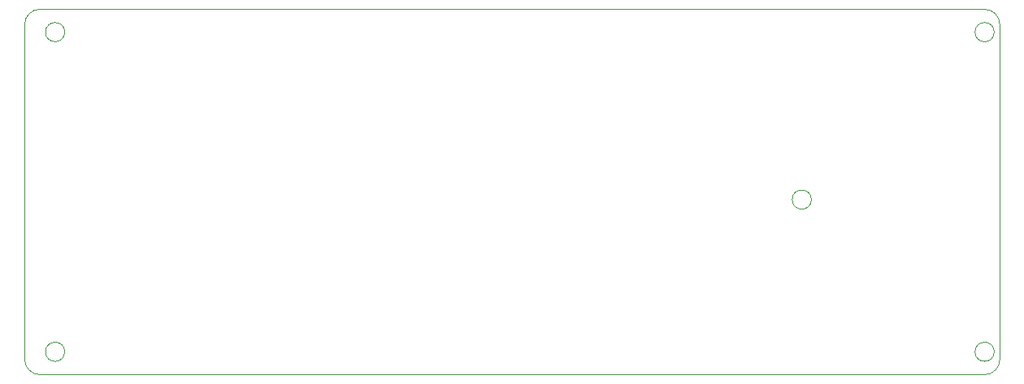
<source format=gm1>
G04 #@! TF.GenerationSoftware,KiCad,Pcbnew,(5.1.4)-1*
G04 #@! TF.CreationDate,2023-05-28T13:58:40-07:00*
G04 #@! TF.ProjectId,keypad,6b657970-6164-42e6-9b69-6361645f7063,rev?*
G04 #@! TF.SameCoordinates,Original*
G04 #@! TF.FileFunction,Profile,NP*
%FSLAX46Y46*%
G04 Gerber Fmt 4.6, Leading zero omitted, Abs format (unit mm)*
G04 Created by KiCad (PCBNEW (5.1.4)-1) date 2023-05-28 13:58:40*
%MOMM*%
%LPD*%
G04 APERTURE LIST*
%ADD10C,0.050000*%
G04 APERTURE END LIST*
D10*
X255793931Y-138112500D02*
G75*
G03X255793931Y-138112500I-1000181J0D01*
G01*
X255793931Y-104775000D02*
G75*
G03X255793931Y-104775000I-1000181J0D01*
G01*
X158956431Y-138112500D02*
G75*
G03X158956431Y-138112500I-1000181J0D01*
G01*
X158956431Y-104775000D02*
G75*
G03X158956431Y-104775000I-1000181J0D01*
G01*
X236743931Y-122237500D02*
G75*
G03X236743931Y-122237500I-1000181J0D01*
G01*
X154781250Y-138906250D02*
X154781250Y-103981250D01*
X254793750Y-140493750D02*
X156368750Y-140493750D01*
X256381250Y-103981250D02*
X256381250Y-138906250D01*
X156368750Y-102393750D02*
X254793750Y-102393750D01*
X154781250Y-103981250D02*
G75*
G02X156368750Y-102393750I1587500J0D01*
G01*
X156368750Y-140493750D02*
G75*
G02X154781250Y-138906250I0J1587500D01*
G01*
X256381250Y-138906250D02*
G75*
G02X254793750Y-140493750I-1587500J0D01*
G01*
X254793750Y-102393750D02*
G75*
G02X256381250Y-103981250I0J-1587500D01*
G01*
M02*

</source>
